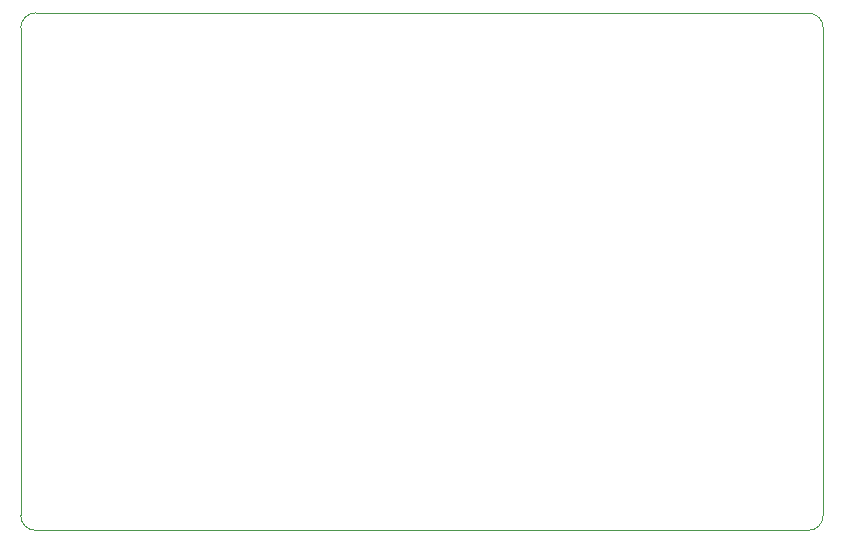
<source format=gbr>
%TF.GenerationSoftware,KiCad,Pcbnew,(5.1.9-0-10_14)*%
%TF.CreationDate,2021-03-28T23:18:51-04:00*%
%TF.ProjectId,shademaker,73686164-656d-4616-9b65-722e6b696361,rev?*%
%TF.SameCoordinates,Original*%
%TF.FileFunction,Profile,NP*%
%FSLAX46Y46*%
G04 Gerber Fmt 4.6, Leading zero omitted, Abs format (unit mm)*
G04 Created by KiCad (PCBNEW (5.1.9-0-10_14)) date 2021-03-28 23:18:51*
%MOMM*%
%LPD*%
G01*
G04 APERTURE LIST*
%TA.AperFunction,Profile*%
%ADD10C,0.100000*%
%TD*%
G04 APERTURE END LIST*
D10*
X189230000Y-77470000D02*
G75*
G02*
X190500000Y-78740000I0J-1270000D01*
G01*
X190500000Y-120015000D02*
G75*
G02*
X189230000Y-121285000I-1270000J0D01*
G01*
X123825000Y-121285000D02*
G75*
G02*
X122555000Y-120015000I0J1270000D01*
G01*
X122555000Y-78740000D02*
G75*
G02*
X123825000Y-77470000I1270000J0D01*
G01*
X122555000Y-120015000D02*
X122555000Y-78740000D01*
X189230000Y-121285000D02*
X123825000Y-121285000D01*
X190500000Y-78740000D02*
X190500000Y-120015000D01*
X123825000Y-77470000D02*
X189230000Y-77470000D01*
M02*

</source>
